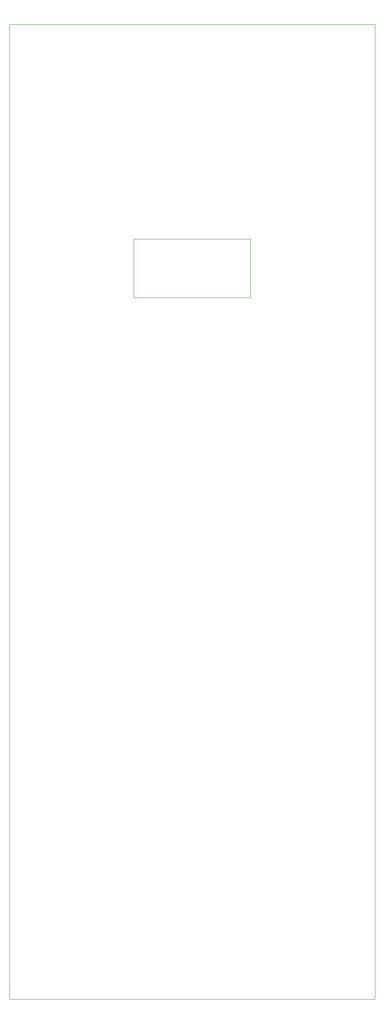
<source format=gm1>
G04 #@! TF.GenerationSoftware,KiCad,Pcbnew,(6.0.5)*
G04 #@! TF.CreationDate,2022-11-21T19:29:27-06:00*
G04 #@! TF.ProjectId,KosmoClockPanel,4b6f736d-6f43-46c6-9f63-6b50616e656c,rev?*
G04 #@! TF.SameCoordinates,Original*
G04 #@! TF.FileFunction,Profile,NP*
%FSLAX46Y46*%
G04 Gerber Fmt 4.6, Leading zero omitted, Abs format (unit mm)*
G04 Created by KiCad (PCBNEW (6.0.5)) date 2022-11-21 19:29:27*
%MOMM*%
%LPD*%
G01*
G04 APERTURE LIST*
G04 #@! TA.AperFunction,Profile*
%ADD10C,0.100000*%
G04 #@! TD*
G04 APERTURE END LIST*
D10*
X425500000Y-44000000D02*
X449500000Y-44000000D01*
X449500000Y-44000000D02*
X449500000Y-56000000D01*
X449500000Y-56000000D02*
X425500000Y-56000000D01*
X425500000Y-56000000D02*
X425500000Y-44000000D01*
X400000000Y0D02*
X475000000Y0D01*
X475000000Y0D02*
X475000000Y-200000000D01*
X475000000Y-200000000D02*
X400000000Y-200000000D01*
X400000000Y-200000000D02*
X400000000Y0D01*
M02*

</source>
